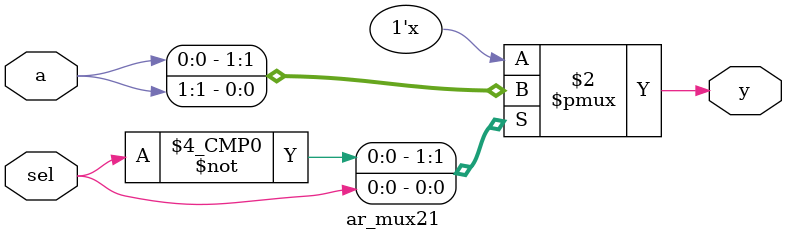
<source format=v>
`timescale 1ns / 1ps
module ar_mux21(input [1:0]a,input sel,output y);

reg y;
always @(a,sel)
begin
	case(sel)
		1'b0: y=a[0];
		1'b1: y=a[1];
	endcase
end

endmodule

</source>
